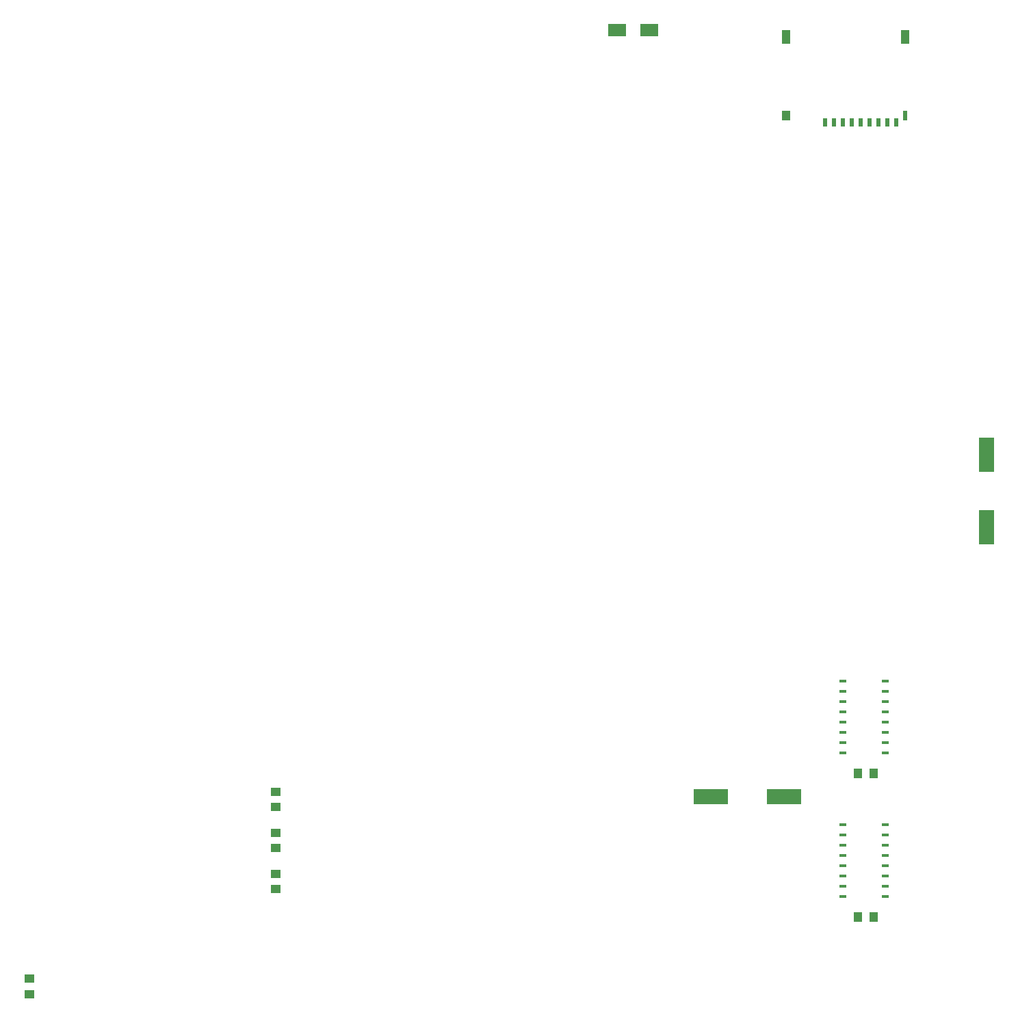
<source format=gbr>
G04 DipTrace 3.3.1.3*
G04 TopPaste.gbr*
%MOIN*%
G04 #@! TF.FileFunction,Paste,Top*
G04 #@! TF.Part,Single*
%ADD66R,0.051175X0.043301*%
%ADD68R,0.036214X0.014955*%
%ADD80R,0.023616X0.047238*%
%ADD82R,0.039364X0.047238*%
%ADD84R,0.039364X0.07086*%
%ADD86R,0.019679X0.043301*%
%ADD100R,0.090545X0.059049*%
%ADD102R,0.074797X0.169285*%
%ADD104R,0.043301X0.051175*%
%ADD106R,0.169285X0.074797*%
%FSLAX26Y26*%
G04*
G70*
G90*
G75*
G01*
G04 TopPaste*
%LPD*%
D106*
X4618700Y1481200D3*
X4264369D3*
D104*
X5056200Y893700D3*
X4981397D3*
X5056200Y1593700D3*
X4981397D3*
D102*
X5606200Y2793700D3*
Y3148031D3*
D100*
X3806200Y5218700D3*
X3963680D3*
D86*
X4818700Y4768700D3*
X4862007D3*
X4905314D3*
X4948621D3*
X4991928D3*
X5035235D3*
X5078543D3*
X5121850D3*
X5165157D3*
D84*
X4630511Y5184054D3*
D82*
Y4802165D3*
D80*
X5208464D3*
D84*
Y5184054D3*
D68*
X4906200Y1343700D3*
Y1293700D3*
Y1243700D3*
Y1193700D3*
Y1143700D3*
Y1093700D3*
Y1043700D3*
Y993700D3*
X5114074Y1343700D3*
Y1293700D3*
Y1243700D3*
Y1193700D3*
Y1143700D3*
Y1093700D3*
Y1043700D3*
Y993700D3*
X4906200Y2043700D3*
Y1993700D3*
Y1943700D3*
Y1893700D3*
Y1843700D3*
Y1793700D3*
Y1743700D3*
Y1693700D3*
X5114074Y2043700D3*
Y1993700D3*
Y1943700D3*
Y1893700D3*
Y1843700D3*
Y1793700D3*
Y1743700D3*
Y1693700D3*
D66*
X2143700Y1106200D3*
Y1031397D3*
Y1306200D3*
Y1231397D3*
Y1506200D3*
Y1431397D3*
X943700Y518700D3*
Y593503D3*
M02*

</source>
